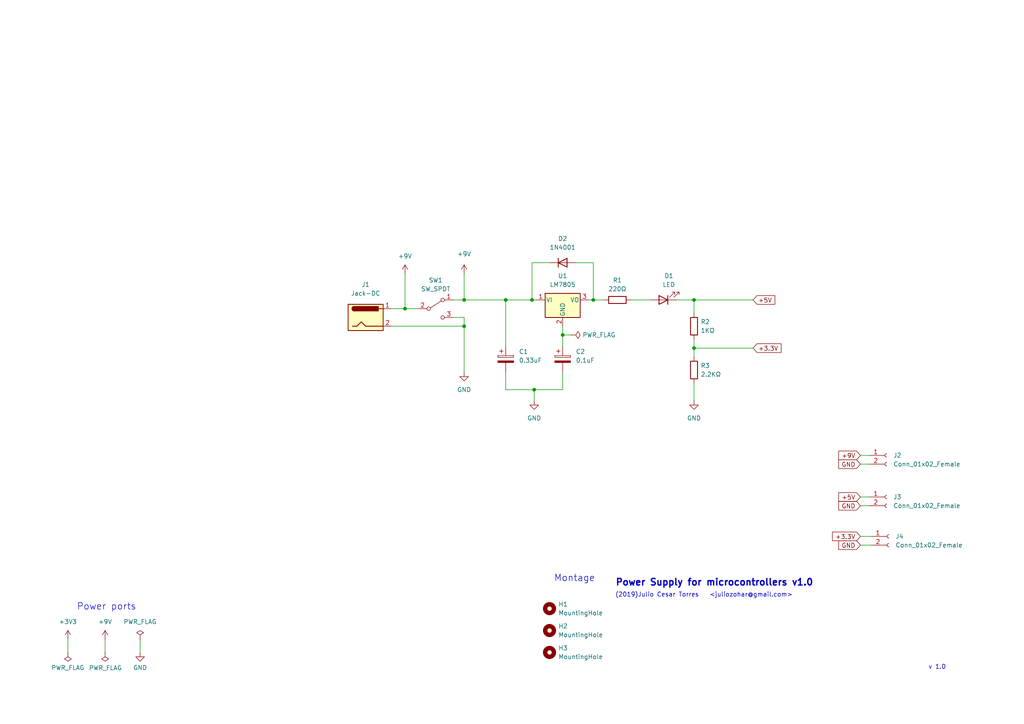
<source format=kicad_sch>
(kicad_sch (version 20211123) (generator eeschema)
  (paper "A4")
  (lib_symbols
    (symbol "Connector:Conn_01x02_Female" (pin_names (offset 1.016) hide)
      (property "Reference" "J" (at 0 2.54 0))
      (property "Value" "Conn_01x02_Female" (at 0 -5.08 0))
      (symbol "Conn_01x02_Female_1_1"
        (arc (start 0 -2.032) (mid -0.508 -2.54) (end 0 -3.048) (stroke (width 0.1524)))
        (polyline (pts (xy -1.27 -2.54) (xy -0.508 -2.54)) (stroke (width 0.1524)))
        (polyline (pts (xy -1.27 0) (xy -0.508 0)) (stroke (width 0.1524)))
        (arc (start 0 0.508) (mid -0.508 0) (end 0 -0.508) (stroke (width 0.1524)))
        (pin passive line (at -5.08 0 0) (length 3.81) (name "Pin_1") (number "1"))
        (pin passive line (at -5.08 -2.54 0) (length 3.81) (name "Pin_2") (number "2"))
      )
    )
    (symbol "Connector:Jack-DC" (pin_names (offset 1.016))
      (property "Reference" "J" (at 0 5.334 0))
      (property "Value" "Jack-DC" (at 0 -5.08 0))
      (symbol "Jack-DC_0_1"
        (rectangle (start -5.08 3.81) (end 5.08 -3.81) (stroke (width 0.254)) (fill (type background)))
        (arc (start -3.302 3.175) (mid -3.937 2.54) (end -3.302 1.905) (stroke (width 0.254)))
        (arc (start -3.302 3.175) (mid -3.937 2.54) (end -3.302 1.905) (stroke (width 0.254)) (fill (type outline)))
        (polyline (pts (xy 5.08 2.54) (xy 3.81 2.54)) (stroke (width 0.254)))
        (polyline (pts (xy -3.81 -2.54) (xy -2.54 -2.54) (xy -1.27 -1.27) (xy 0 -2.54) (xy 2.54 -2.54) (xy 5.08 -2.54)) (stroke (width 0.254)))
        (rectangle (start 3.683 3.175) (end -3.302 1.905) (stroke (width 0.254)) (fill (type outline)))
      )
      (symbol "Jack-DC_1_1"
        (pin passive line (at 7.62 2.54 180) (length 2.54) (name "~") (number "1"))
        (pin passive line (at 7.62 -2.54 180) (length 2.54) (name "~") (number "2"))
      )
    )
    (symbol "Device:C_Polarized" (pin_numbers hide) (pin_names (offset 0.254))
      (property "Reference" "C" (at 0.635 2.54 0))
      (property "Value" "C_Polarized" (at 0.635 -2.54 0))
      (symbol "C_Polarized_0_1"
        (rectangle (start -2.286 0.508) (end 2.286 1.016))
        (polyline (pts (xy -1.778 2.286) (xy -0.762 2.286)))
        (polyline (pts (xy -1.27 2.794) (xy -1.27 1.778)))
        (rectangle (start 2.286 -0.508) (end -2.286 -1.016) (fill (type outline)))
      )
      (symbol "C_Polarized_1_1"
        (pin passive line (at 0 3.81 270) (length 2.794) (name "~") (number "1"))
        (pin passive line (at 0 -3.81 90) (length 2.794) (name "~") (number "2"))
      )
    )
    (symbol "Device:LED" (pin_numbers hide) (pin_names (offset 1.016) hide)
      (property "Reference" "D" (at 0 2.54 0))
      (property "Value" "LED" (at 0 -2.54 0))
      (symbol "LED_0_1"
        (polyline (pts (xy -1.27 -1.27) (xy -1.27 1.27)) (stroke (width 0.254)))
        (polyline (pts (xy -1.27 0) (xy 1.27 0)))
        (polyline (pts (xy 1.27 -1.27) (xy 1.27 1.27) (xy -1.27 0) (xy 1.27 -1.27)) (stroke (width 0.254)))
        (polyline (pts (xy -3.048 -0.762) (xy -4.572 -2.286) (xy -3.81 -2.286) (xy -4.572 -2.286) (xy -4.572 -1.524)))
        (polyline (pts (xy -1.778 -0.762) (xy -3.302 -2.286) (xy -2.54 -2.286) (xy -3.302 -2.286) (xy -3.302 -1.524)))
      )
      (symbol "LED_1_1"
        (pin passive line (at -3.81 0 0) (length 2.54) (name "K") (number "1"))
        (pin passive line (at 3.81 0 180) (length 2.54) (name "A") (number "2"))
      )
    )
    (symbol "Device:R" (pin_numbers hide) (pin_names (offset 0))
      (property "Reference" "R" (at 2.032 0 90))
      (property "Value" "R" (at 0 0 90))
      (symbol "R_0_1"
        (rectangle (start -1.016 -2.54) (end 1.016 2.54) (stroke (width 0.254)))
      )
      (symbol "R_1_1"
        (pin passive line (at 0 3.81 270) (length 1.27) (name "~") (number "1"))
        (pin passive line (at 0 -3.81 90) (length 1.27) (name "~") (number "2"))
      )
    )
    (symbol "Diode:1N4001" (pin_numbers hide) (pin_names (offset 1.016) hide)
      (property "Reference" "D" (at 0 2.54 0))
      (property "Value" "1N4001" (at 0 -2.54 0))
      (symbol "1N4001_0_1"
        (polyline (pts (xy -1.27 1.27) (xy -1.27 -1.27)) (stroke (width 0.254)))
        (polyline (pts (xy 1.27 0) (xy -1.27 0)))
        (polyline (pts (xy 1.27 1.27) (xy 1.27 -1.27) (xy -1.27 0) (xy 1.27 1.27)) (stroke (width 0.254)))
      )
      (symbol "1N4001_1_1"
        (pin passive line (at -3.81 0 0) (length 2.54) (name "K") (number "1"))
        (pin passive line (at 3.81 0 180) (length 2.54) (name "A") (number "2"))
      )
    )
    (symbol "Mechanical:MountingHole" (pin_names (offset 1.016))
      (property "Reference" "H" (at 0 5.08 0))
      (property "Value" "MountingHole" (at 0 3.175 0))
      (symbol "MountingHole_0_1"
        (circle (center 0 0) (radius 1.27) (stroke (width 1.27)))
      )
    )
    (symbol "Regulator_Linear:LM7805_TO220" (pin_names (offset 0.254))
      (property "Reference" "U" (at -3.81 3.175 0))
      (property "Value" "LM7805_TO220" (at 0 3.175 0))
      (symbol "LM7805_TO220_0_1"
        (rectangle (start -5.08 1.905) (end 5.08 -5.08) (stroke (width 0.254)) (fill (type background)))
      )
      (symbol "LM7805_TO220_1_1"
        (pin power_in line (at -7.62 0 0) (length 2.54) (name "VI") (number "1"))
        (pin power_in line (at 0 -7.62 90) (length 2.54) (name "GND") (number "2"))
        (pin power_out line (at 7.62 0 180) (length 2.54) (name "VO") (number "3"))
      )
    )
    (symbol "Switch:SW_SPDT" (pin_names (offset 0) hide)
      (property "Reference" "SW" (at 0 4.318 0))
      (property "Value" "SW_SPDT" (at 0 -5.08 0))
      (symbol "SW_SPDT_0_0"
        (circle (center -2.032 0) (radius 0.508))
        (circle (center 2.032 -2.54) (radius 0.508))
      )
      (symbol "SW_SPDT_0_1"
        (polyline (pts (xy -1.524 0.254) (xy 1.651 2.286)))
        (circle (center 2.032 2.54) (radius 0.508))
      )
      (symbol "SW_SPDT_1_1"
        (pin passive line (at 5.08 2.54 180) (length 2.54) (name "A") (number "1"))
        (pin passive line (at -5.08 0 0) (length 2.54) (name "B") (number "2"))
        (pin passive line (at 5.08 -2.54 180) (length 2.54) (name "C") (number "3"))
      )
    )
    (symbol "power:+3.3V" (power) (pin_names (offset 0))
      (property "Value" "+3.3V" (at 0 3.556 0))
      (symbol "+3.3V_0_1"
        (polyline (pts (xy -0.762 1.27) (xy 0 2.54)))
        (polyline (pts (xy 0 0) (xy 0 2.54)))
        (polyline (pts (xy 0 2.54) (xy 0.762 1.27)))
      )
      (symbol "+3.3V_1_1"
        (pin power_in line (at 0 0 90) (length 0) hide (name "+3V3") (number "1"))
      )
    )
    (symbol "power:+9V" (power) (pin_names (offset 0))
      (property "Value" "+9V" (at 0 3.556 0))
      (symbol "+9V_0_1"
        (polyline (pts (xy -0.762 1.27) (xy 0 2.54)))
        (polyline (pts (xy 0 0) (xy 0 2.54)))
        (polyline (pts (xy 0 2.54) (xy 0.762 1.27)))
      )
      (symbol "+9V_1_1"
        (pin power_in line (at 0 0 90) (length 0) hide (name "+9V") (number "1"))
      )
    )
    (symbol "power:GND" (power) (pin_names (offset 0))
      (property "Value" "GND" (at 0 -3.81 0))
      (symbol "GND_0_1"
        (polyline (pts (xy 0 0) (xy 0 -1.27) (xy 1.27 -1.27) (xy 0 -2.54) (xy -1.27 -1.27) (xy 0 -1.27)))
      )
      (symbol "GND_1_1"
        (pin power_in line (at 0 0 270) (length 0) hide (name "GND") (number "1"))
      )
    )
    (symbol "power:PWR_FLAG" (power) (pin_numbers hide) (pin_names (offset 0) hide)
      (property "Value" "PWR_FLAG" (at 0 3.81 0))
      (symbol "PWR_FLAG_0_0"
        (pin power_out line (at 0 0 90) (length 0) (name "pwr") (number "1"))
      )
      (symbol "PWR_FLAG_0_1"
        (polyline (pts (xy 0 0) (xy 0 1.27) (xy -1.016 1.905) (xy 0 2.54) (xy 1.016 1.905) (xy 0 1.27)))
      )
    )
  )
  (junction (at 172.085 86.995))
  (junction (at 154.94 113.03))
  (junction (at 146.685 86.995))
  (junction (at 154.305 86.995))
  (junction (at 201.295 100.965))
  (junction (at 201.295 86.995))
  (junction (at 134.62 94.615))
  (junction (at 134.62 86.995))
  (junction (at 117.475 89.535))
  (junction (at 163.195 97.155))
  (wire (pts (xy 249.555 158.115) (xy 252.73 158.115)))
  (wire (pts (xy 172.085 76.2) (xy 172.085 86.995)))
  (wire (pts (xy 167.005 76.2) (xy 172.085 76.2)))
  (wire (pts (xy 30.48 185.42) (xy 30.48 189.23)))
  (wire (pts (xy 134.62 79.375) (xy 134.62 86.995)))
  (wire (pts (xy 201.295 111.125) (xy 201.295 116.205)))
  (wire (pts (xy 249.555 132.08) (xy 252.095 132.08)))
  (wire (pts (xy 113.665 94.615) (xy 134.62 94.615)))
  (wire (pts (xy 201.295 86.995) (xy 218.44 86.995)))
  (wire (pts (xy 117.475 89.535) (xy 121.285 89.535)))
  (wire (pts (xy 249.555 155.575) (xy 252.73 155.575)))
  (wire (pts (xy 154.94 113.03) (xy 163.195 113.03)))
  (wire (pts (xy 249.555 146.685) (xy 252.095 146.685)))
  (wire (pts (xy 201.295 98.425) (xy 201.295 100.965)))
  (wire (pts (xy 154.94 113.03) (xy 154.94 116.205)))
  (wire (pts (xy 146.685 86.995) (xy 154.305 86.995)))
  (wire (pts (xy 154.305 76.2) (xy 154.305 86.995)))
  (wire (pts (xy 201.295 100.965) (xy 218.44 100.965)))
  (wire (pts (xy 196.215 86.995) (xy 201.295 86.995)))
  (wire (pts (xy 134.62 86.995) (xy 146.685 86.995)))
  (wire (pts (xy 163.195 107.95) (xy 163.195 113.03)))
  (wire (pts (xy 163.195 97.155) (xy 163.195 100.33)))
  (wire (pts (xy 172.085 86.995) (xy 175.26 86.995)))
  (wire (pts (xy 131.445 92.075) (xy 134.62 92.075)))
  (wire (pts (xy 134.62 92.075) (xy 134.62 94.615)))
  (wire (pts (xy 146.685 86.995) (xy 146.685 100.33)))
  (wire (pts (xy 154.305 86.995) (xy 155.575 86.995)))
  (wire (pts (xy 117.475 79.375) (xy 117.475 89.535)))
  (wire (pts (xy 131.445 86.995) (xy 134.62 86.995)))
  (wire (pts (xy 146.685 107.95) (xy 146.685 113.03)))
  (wire (pts (xy 19.685 185.42) (xy 19.685 189.23)))
  (wire (pts (xy 182.88 86.995) (xy 188.595 86.995)))
  (wire (pts (xy 134.62 94.615) (xy 134.62 107.95)))
  (wire (pts (xy 113.665 89.535) (xy 117.475 89.535)))
  (wire (pts (xy 159.385 76.2) (xy 154.305 76.2)))
  (wire (pts (xy 146.685 113.03) (xy 154.94 113.03)))
  (wire (pts (xy 249.555 134.62) (xy 252.095 134.62)))
  (wire (pts (xy 249.555 144.145) (xy 252.095 144.145)))
  (wire (pts (xy 170.815 86.995) (xy 172.085 86.995)))
  (wire (pts (xy 201.295 100.965) (xy 201.295 103.505)))
  (wire (pts (xy 201.295 86.995) (xy 201.295 90.805)))
  (wire (pts (xy 163.195 94.615) (xy 163.195 97.155)))
  (wire (pts (xy 163.195 97.155) (xy 165.735 97.155)))
  (wire (pts (xy 40.64 185.42) (xy 40.64 189.23)))
  (text "<juliozohar@gmail.com>" (at 205.74 173.355 0) (effects (font (size 1.27 1.27)) (justify left bottom)))
  (text "Power ports" (at 22.225 177.165 0) (effects (font (size 1.905 1.905)) (justify left bottom)))
  (text "Montage" (at 160.655 168.91 0) (effects (font (size 1.905 1.905)) (justify left bottom)))
  (text "v 1.0" (at 269.24 194.31 0) (effects (font (size 1.27 1.27)) (justify left bottom)))
  (text "Power Supply for microcontrollers v1.0" (at 178.435 170.18 0) (effects (font (size 1.905 1.905) (thickness 0.381) bold) (justify left bottom)))
  (text "(2019)Julio Cesar Torres " (at 178.435 173.355 0) (effects (font (size 1.27 1.27)) (justify left bottom)))
  (global_label "GND" (shape input) (at 249.555 146.685 180) (property "Intersheet References" "${INTERSHEET_REFS}" (effects hide)))
  (global_label "+9V" (shape input) (at 249.555 132.08 180) (property "Intersheet References" "${INTERSHEET_REFS}" (effects hide)))
  (global_label "+5V" (shape input) (at 218.44 86.995 0) (property "Intersheet References" "${INTERSHEET_REFS}" (effects hide)))
  (global_label "+5V" (shape input) (at 249.555 144.145 180) (property "Intersheet References" "${INTERSHEET_REFS}" (effects hide)))
  (global_label "GND" (shape input) (at 249.555 134.62 180) (property "Intersheet References" "${INTERSHEET_REFS}" (effects hide)))
  (global_label "+3.3V" (shape input) (at 249.555 155.575 180) (property "Intersheet References" "${INTERSHEET_REFS}" (effects hide)))
  (global_label "GND" (shape input) (at 249.555 158.115 180) (property "Intersheet References" "${INTERSHEET_REFS}" (effects hide)))
  (global_label "+3.3V" (shape input) (at 218.44 100.965 0) (property "Intersheet References" "${INTERSHEET_REFS}" (effects hide)))
  (symbol (lib_id "Device:C_Polarized") (at 163.195 104.14 0) (unit 1)
    (property "Reference" "C2" (at 167.005 101.9809 0) (effects (justify left)))
    (property "Value" "0.1uF" (at 167.005 104.5209 0) (effects (justify left)))
    (property "Footprint" "Capacitor_THT:CP_Radial_D5.0mm_P2.00mm" (effects hide))
  )
  (symbol (lib_id "power:PWR_FLAG") (at 165.735 97.155 270) (unit 1)
    (property "Reference" "#FLG0107" (effects hide))
    (property "Value" "PWR_FLAG" (at 168.91 97.1549 90) (effects (justify left)))
  )
  (symbol (lib_id "Connector:Conn_01x02_Female") (at 257.175 132.08 0) (unit 1)
    (property "Reference" "J2" (at 259.08 132.0799 0) (effects (justify left)))
    (property "Value" "Conn_01x02_Female" (at 259.08 134.6199 0) (effects (justify left)))
    (property "Footprint" "Connector_PinHeader_2.54mm:PinHeader_1x02_P2.54mm_Vertical" (effects hide))
  )
  (symbol (lib_id "power:+3.3V") (at 19.685 185.42 0) (unit 1)
    (property "Reference" "#PWR0103" (effects hide))
    (property "Value" "+3.3V" (at 19.685 180.34 0))
  )
  (symbol (lib_id "Regulator_Linear:LM7805_TO220") (at 163.195 86.995 0) (unit 1)
    (property "Reference" "U1" (at 163.195 80.01 0))
    (property "Value" "LM7805" (at 163.195 82.55 0))
    (property "Footprint" "Package_TO_SOT_THT:TO-220-3_Vertical" (effects hide))
    (property "Datasheet" "https://www.onsemi.cn/PowerSolutions/document/MC7800-D.PDF" (effects hide))
  )
  (symbol (lib_id "power:GND") (at 40.64 189.23 0) (unit 1)
    (property "Reference" "#PWR0102" (effects hide))
    (property "Value" "GND" (at 40.64 193.675 0))
  )
  (symbol (lib_id "power:GND") (at 154.94 116.205 0) (unit 1)
    (property "Reference" "#PWR03" (effects hide))
    (property "Value" "GND" (at 154.94 121.285 0))
  )
  (symbol (lib_id "Connector:Jack-DC") (at 106.045 92.075 0) (unit 1)
    (property "Reference" "J1" (at 106.045 82.55 0))
    (property "Value" "Jack-DC" (at 106.045 85.09 0))
    (property "Footprint" "Connector_BarrelJack:BarrelJack_Horizontal" (effects hide))
  )
  (symbol (lib_id "power:+9V") (at 134.62 79.375 0) (unit 1)
    (property "Reference" "#PWR0104" (effects hide))
    (property "Value" "+9V" (at 134.62 73.66 0))
  )
  (symbol (lib_id "Diode:1N4001") (at 163.195 76.2 0) (unit 1)
    (property "Reference" "D2" (at 163.195 69.215 0))
    (property "Value" "1N4001" (at 163.195 71.755 0))
    (property "Footprint" "Diode_THT:D_DO-41_SOD81_P10.16mm_Horizontal" (effects hide))
    (property "Datasheet" "http://www.vishay.com/docs/88503/1n4001.pdf" (effects hide))
  )
  (symbol (lib_id "Device:LED") (at 192.405 86.995 180) (unit 1)
    (property "Reference" "D1" (at 193.9925 80.01 0))
    (property "Value" "LED" (at 193.9925 82.55 0))
    (property "Footprint" "LED_THT:LED_D3.0mm" (effects hide))
  )
  (symbol (lib_id "Mechanical:MountingHole") (at 159.385 176.53 180) (unit 1)
    (property "Reference" "H1" (at 161.925 175.2599 0) (effects (justify right)))
    (property "Value" "MountingHole" (at 161.925 177.7999 0) (effects (justify right)))
    (property "Footprint" "MountingHole:MountingHole_2.2mm_M2_Pad_Via" (effects hide))
  )
  (symbol (lib_id "power:PWR_FLAG") (at 30.48 189.23 180) (unit 1)
    (property "Reference" "#FLG0102" (effects hide))
    (property "Value" "PWR_FLAG" (at 25.7434 193.7285 0) (effects (justify right)))
  )
  (symbol (lib_id "Mechanical:MountingHole") (at 159.385 182.88 180) (unit 1)
    (property "Reference" "H2" (at 161.925 181.6099 0) (effects (justify right)))
    (property "Value" "MountingHole" (at 161.925 184.1499 0) (effects (justify right)))
    (property "Footprint" "MountingHole:MountingHole_2.2mm_M2_Pad_Via" (effects hide))
  )
  (symbol (lib_id "power:PWR_FLAG") (at 40.64 185.42 0) (unit 1)
    (property "Reference" "#FLG0101" (effects hide))
    (property "Value" "PWR_FLAG" (at 40.64 180.34 0))
  )
  (symbol (lib_id "power:GND") (at 201.295 116.205 0) (unit 1)
    (property "Reference" "#PWR04" (effects hide))
    (property "Value" "GND" (at 201.295 121.285 0))
  )
  (symbol (lib_id "Device:R") (at 201.295 107.315 0) (unit 1)
    (property "Reference" "R3" (at 203.2 106.0449 0) (effects (justify left)))
    (property "Value" "2.2KΩ" (at 203.2 108.5849 0) (effects (justify left)))
    (property "Footprint" "Resistor_THT:R_Axial_DIN0207_L6.3mm_D2.5mm_P10.16mm_Horizontal" (effects hide))
  )
  (symbol (lib_id "Connector:Conn_01x02_Female") (at 257.175 144.145 0) (unit 1)
    (property "Reference" "J3" (at 259.08 144.1449 0) (effects (justify left)))
    (property "Value" "Conn_01x02_Female" (at 259.08 146.6849 0) (effects (justify left)))
    (property "Footprint" "Connector_PinHeader_2.54mm:PinHeader_1x02_P2.54mm_Vertical" (effects hide))
  )
  (symbol (lib_id "Connector:Conn_01x02_Female") (at 257.81 155.575 0) (unit 1)
    (property "Reference" "J4" (at 259.715 155.5749 0) (effects (justify left)))
    (property "Value" "Conn_01x02_Female" (at 259.715 158.1149 0) (effects (justify left)))
    (property "Footprint" "Connector_PinHeader_2.54mm:PinHeader_1x02_P2.54mm_Vertical" (effects hide))
  )
  (symbol (lib_id "Switch:SW_SPDT") (at 126.365 89.535 0) (unit 1)
    (property "Reference" "SW1" (at 126.365 81.28 0))
    (property "Value" "SW_SPDT" (at 126.365 83.82 0))
    (property "Footprint" "Connector_PinHeader_2.54mm:PinHeader_1x03_P2.54mm_Vertical" (effects hide))
  )
  (symbol (lib_id "Device:C_Polarized") (at 146.685 104.14 0) (unit 1)
    (property "Reference" "C1" (at 150.495 101.9809 0) (effects (justify left)))
    (property "Value" "0.33uF" (at 150.495 104.5209 0) (effects (justify left)))
    (property "Footprint" "Capacitor_THT:CP_Radial_D5.0mm_P2.00mm" (effects hide))
  )
  (symbol (lib_id "Device:R") (at 179.07 86.995 90) (unit 1)
    (property "Reference" "R1" (at 179.07 81.28 90))
    (property "Value" "220Ω" (at 179.07 83.82 90))
    (property "Footprint" "Resistor_THT:R_Axial_DIN0207_L6.3mm_D2.5mm_P10.16mm_Horizontal" (effects hide))
  )
  (symbol (lib_id "power:PWR_FLAG") (at 19.685 189.23 180) (unit 1)
    (property "Reference" "#FLG0103" (effects hide))
    (property "Value" "PWR_FLAG" (at 19.685 193.675 0))
  )
  (symbol (lib_id "power:GND") (at 134.62 107.95 0) (unit 1)
    (property "Reference" "#PWR02" (effects hide))
    (property "Value" "GND" (at 134.62 113.03 0))
  )
  (symbol (lib_id "power:+9V") (at 30.48 185.42 0) (unit 1)
    (property "Reference" "#PWR0101" (effects hide))
    (property "Value" "+9V" (at 30.48 180.34 0))
  )
  (symbol (lib_id "power:+9V") (at 117.475 79.375 0) (unit 1)
    (property "Reference" "#PWR01" (effects hide))
    (property "Value" "+9V" (at 117.475 74.295 0))
  )
  (symbol (lib_id "Device:R") (at 201.295 94.615 0) (unit 1)
    (property "Reference" "R2" (at 203.2 93.3449 0) (effects (justify left)))
    (property "Value" "1KΩ" (at 203.2 95.8849 0) (effects (justify left)))
    (property "Footprint" "Resistor_THT:R_Axial_DIN0207_L6.3mm_D2.5mm_P10.16mm_Horizontal" (effects hide))
  )
  (symbol (lib_id "Mechanical:MountingHole") (at 159.385 189.23 180) (unit 1)
    (property "Reference" "H3" (at 161.925 187.9599 0) (effects (justify right)))
    (property "Value" "MountingHole" (at 161.925 190.4999 0) (effects (justify right)))
    (property "Footprint" "MountingHole:MountingHole_2.2mm_M2_Pad_Via" (effects hide))
  )
)
</source>
